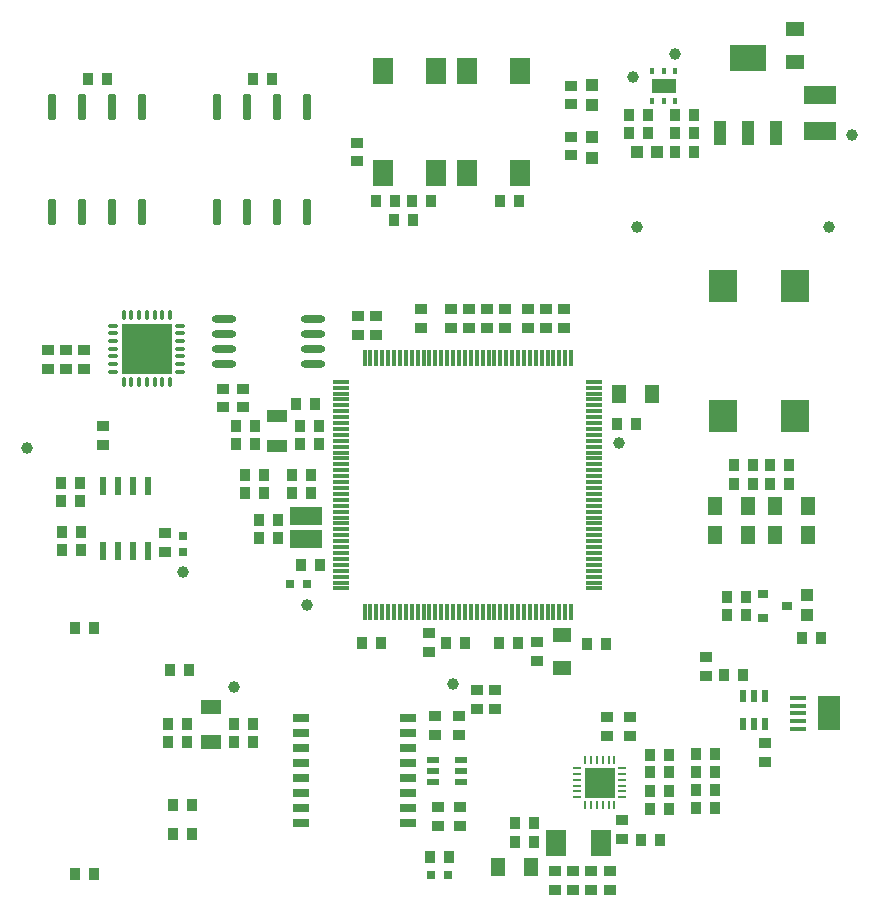
<source format=gtp>
G04*
G04 #@! TF.GenerationSoftware,Altium Limited,Altium Designer,21.2.0 (30)*
G04*
G04 Layer_Color=8421504*
%FSLAX42Y42*%
%MOMM*%
G71*
G04*
G04 #@! TF.SameCoordinates,2206926D-CA63-4A2E-8DE4-A6F34C4AB1E6*
G04*
G04*
G04 #@! TF.FilePolarity,Positive*
G04*
G01*
G75*
%ADD25R,1.40X0.64*%
%ADD26R,1.00X0.90*%
%ADD27R,1.80X2.20*%
%ADD28R,1.27X1.52*%
%ADD29R,0.35X1.35*%
%ADD30R,1.35X0.35*%
%ADD31R,0.69X0.28*%
%ADD32R,0.28X0.69*%
%ADD33R,2.50X2.50*%
%ADD34C,1.00*%
%ADD35R,0.45X0.50*%
%ADD36R,2.00X1.20*%
%ADD37R,1.02X2.03*%
%ADD38R,3.05X2.29*%
%ADD39R,0.90X1.00*%
%ADD40R,1.00X1.00*%
%ADD41R,2.40X2.80*%
%ADD42R,2.80X1.50*%
%ADD43R,1.52X1.27*%
%ADD44R,1.10X0.60*%
%ADD45O,2.10X0.60*%
%ADD46R,0.60X1.52*%
%ADD47R,4.20X4.20*%
%ADD48O,0.95X0.30*%
%ADD49O,0.30X0.95*%
%ADD50R,0.60X1.10*%
%ADD51R,0.76X0.76*%
%ADD52R,1.80X1.15*%
%ADD53R,1.35X0.40*%
%ADD54R,1.90X2.90*%
%ADD55R,0.76X0.76*%
G04:AMPARAMS|DCode=56|XSize=0.6mm|YSize=2.15mm|CornerRadius=0.05mm|HoleSize=0mm|Usage=FLASHONLY|Rotation=180.000|XOffset=0mm|YOffset=0mm|HoleType=Round|Shape=RoundedRectangle|*
%AMROUNDEDRECTD56*
21,1,0.60,2.05,0,0,180.0*
21,1,0.50,2.15,0,0,180.0*
1,1,0.10,-0.25,1.02*
1,1,0.10,0.25,1.02*
1,1,0.10,0.25,-1.02*
1,1,0.10,-0.25,-1.02*
%
%ADD56ROUNDEDRECTD56*%
%ADD57R,2.70X1.50*%
%ADD58R,1.80X1.00*%
%ADD59R,0.90X0.80*%
%ADD60R,1.00X1.00*%
%ADD61R,1.80X2.30*%
D25*
X3569Y762D02*
D03*
Y1016D02*
D03*
X2667Y1651D02*
D03*
Y1524D02*
D03*
Y1397D02*
D03*
Y1270D02*
D03*
Y1143D02*
D03*
Y1016D02*
D03*
Y889D02*
D03*
Y762D02*
D03*
X3569Y1651D02*
D03*
Y1524D02*
D03*
Y1397D02*
D03*
Y1270D02*
D03*
Y1143D02*
D03*
Y889D02*
D03*
D26*
X4013Y733D02*
D03*
Y893D02*
D03*
X5258Y1495D02*
D03*
Y1655D02*
D03*
X4964Y352D02*
D03*
Y192D02*
D03*
X5448Y1495D02*
D03*
Y1655D02*
D03*
X5282Y352D02*
D03*
Y192D02*
D03*
X3797Y1507D02*
D03*
Y1667D02*
D03*
X3823Y893D02*
D03*
Y733D02*
D03*
X4001Y1507D02*
D03*
Y1667D02*
D03*
X5117Y192D02*
D03*
Y352D02*
D03*
X4155Y1882D02*
D03*
Y1722D02*
D03*
X4308Y1882D02*
D03*
Y1722D02*
D03*
X5384Y620D02*
D03*
Y780D02*
D03*
X4812Y192D02*
D03*
Y352D02*
D03*
X991Y4119D02*
D03*
Y3959D02*
D03*
X523Y4601D02*
D03*
Y4761D02*
D03*
X675Y4601D02*
D03*
Y4761D02*
D03*
X827Y4601D02*
D03*
Y4761D02*
D03*
X1511Y3051D02*
D03*
Y3212D02*
D03*
X2007Y4436D02*
D03*
Y4276D02*
D03*
X2172D02*
D03*
Y4436D02*
D03*
X3150Y4890D02*
D03*
Y5049D02*
D03*
X3137Y6359D02*
D03*
Y6519D02*
D03*
X3747Y2366D02*
D03*
Y2206D02*
D03*
X4661Y2290D02*
D03*
Y2130D02*
D03*
X6591Y1275D02*
D03*
Y1435D02*
D03*
X6096Y2163D02*
D03*
Y2003D02*
D03*
X3302Y4890D02*
D03*
Y5049D02*
D03*
X3683Y4949D02*
D03*
Y5109D02*
D03*
X3937Y5109D02*
D03*
Y4949D02*
D03*
X4089Y5109D02*
D03*
Y4949D02*
D03*
X4585Y5109D02*
D03*
Y4949D02*
D03*
X4394Y5109D02*
D03*
Y4949D02*
D03*
X4737Y5109D02*
D03*
Y4949D02*
D03*
X4242Y4949D02*
D03*
Y5109D02*
D03*
X4890Y4949D02*
D03*
Y5109D02*
D03*
X4953Y6570D02*
D03*
Y6410D02*
D03*
Y6842D02*
D03*
Y7001D02*
D03*
D27*
X5205Y590D02*
D03*
X4825D02*
D03*
D28*
X4609Y387D02*
D03*
X4329D02*
D03*
X6172Y3442D02*
D03*
X6452D02*
D03*
Y3200D02*
D03*
X6172D02*
D03*
X6960D02*
D03*
X6680D02*
D03*
X6960Y3442D02*
D03*
X6680D02*
D03*
X5639Y4394D02*
D03*
X5359D02*
D03*
D29*
X3202Y4692D02*
D03*
X3252D02*
D03*
X3302D02*
D03*
X3352D02*
D03*
X3402D02*
D03*
X3452D02*
D03*
X3502D02*
D03*
X3552D02*
D03*
X3602D02*
D03*
X3652D02*
D03*
X3702D02*
D03*
X3752D02*
D03*
X3802D02*
D03*
X3852D02*
D03*
X3902D02*
D03*
X3952D02*
D03*
X4002D02*
D03*
X4052D02*
D03*
X4102D02*
D03*
X4152D02*
D03*
X4202D02*
D03*
X4252D02*
D03*
X4302D02*
D03*
X4352D02*
D03*
X4402D02*
D03*
X4452D02*
D03*
X4502D02*
D03*
X4552D02*
D03*
X4602D02*
D03*
X4652D02*
D03*
X4702D02*
D03*
X4752D02*
D03*
X4802D02*
D03*
X4852D02*
D03*
X4902D02*
D03*
X4952D02*
D03*
Y2547D02*
D03*
X4902D02*
D03*
X4852D02*
D03*
X4802D02*
D03*
X4752D02*
D03*
X4702D02*
D03*
X4652D02*
D03*
X4602D02*
D03*
X4552D02*
D03*
X4502D02*
D03*
X4452D02*
D03*
X4402D02*
D03*
X4352D02*
D03*
X4302D02*
D03*
X4252D02*
D03*
X4202D02*
D03*
X4152D02*
D03*
X4102D02*
D03*
X4052D02*
D03*
X4002D02*
D03*
X3952D02*
D03*
X3902D02*
D03*
X3852D02*
D03*
X3802D02*
D03*
X3752D02*
D03*
X3702D02*
D03*
X3652D02*
D03*
X3602D02*
D03*
X3552D02*
D03*
X3502D02*
D03*
X3452D02*
D03*
X3402D02*
D03*
X3352D02*
D03*
X3302D02*
D03*
X3252D02*
D03*
X3202D02*
D03*
D30*
X5149Y4494D02*
D03*
Y4444D02*
D03*
Y4394D02*
D03*
Y4344D02*
D03*
Y4294D02*
D03*
Y4244D02*
D03*
Y4194D02*
D03*
Y4144D02*
D03*
Y4094D02*
D03*
Y4044D02*
D03*
Y3994D02*
D03*
Y3944D02*
D03*
Y3894D02*
D03*
Y3844D02*
D03*
Y3794D02*
D03*
Y3744D02*
D03*
Y3694D02*
D03*
Y3644D02*
D03*
Y3594D02*
D03*
Y3544D02*
D03*
Y3494D02*
D03*
Y3444D02*
D03*
Y3394D02*
D03*
Y3344D02*
D03*
Y3294D02*
D03*
Y3244D02*
D03*
Y3194D02*
D03*
Y3144D02*
D03*
Y3094D02*
D03*
Y3044D02*
D03*
Y2994D02*
D03*
Y2944D02*
D03*
Y2894D02*
D03*
Y2844D02*
D03*
Y2794D02*
D03*
Y2744D02*
D03*
X3004D02*
D03*
Y2794D02*
D03*
Y2844D02*
D03*
Y2894D02*
D03*
Y2944D02*
D03*
Y2994D02*
D03*
Y3044D02*
D03*
Y3094D02*
D03*
Y3144D02*
D03*
Y3194D02*
D03*
Y3244D02*
D03*
Y3294D02*
D03*
Y3344D02*
D03*
Y3394D02*
D03*
Y3444D02*
D03*
Y3494D02*
D03*
Y3544D02*
D03*
Y3594D02*
D03*
Y3644D02*
D03*
Y3694D02*
D03*
Y3744D02*
D03*
Y3794D02*
D03*
Y3844D02*
D03*
Y3894D02*
D03*
Y3944D02*
D03*
Y3994D02*
D03*
Y4044D02*
D03*
Y4094D02*
D03*
Y4144D02*
D03*
Y4194D02*
D03*
Y4244D02*
D03*
Y4294D02*
D03*
Y4344D02*
D03*
Y4394D02*
D03*
Y4444D02*
D03*
Y4494D02*
D03*
D31*
X5003Y1025D02*
D03*
Y1075D02*
D03*
X5383Y975D02*
D03*
Y1025D02*
D03*
Y1075D02*
D03*
Y1125D02*
D03*
Y1175D02*
D03*
Y1225D02*
D03*
X5003D02*
D03*
Y975D02*
D03*
Y1125D02*
D03*
Y1175D02*
D03*
D32*
X5068Y910D02*
D03*
X5118D02*
D03*
X5168D02*
D03*
X5218D02*
D03*
X5268D02*
D03*
X5318D02*
D03*
Y1290D02*
D03*
X5268D02*
D03*
X5218D02*
D03*
X5168D02*
D03*
X5118D02*
D03*
X5068D02*
D03*
D33*
X5193Y1100D02*
D03*
D34*
X5829Y7267D02*
D03*
X7137Y5804D02*
D03*
X7328Y6579D02*
D03*
X5474Y7074D02*
D03*
X5512Y5804D02*
D03*
X2098Y1911D02*
D03*
X3952Y1936D02*
D03*
X343Y3937D02*
D03*
X1664Y2883D02*
D03*
X2716Y2605D02*
D03*
X5359Y3975D02*
D03*
D35*
X5639Y6868D02*
D03*
X5734D02*
D03*
X5639Y7128D02*
D03*
X5829D02*
D03*
X5734D02*
D03*
X5829Y6868D02*
D03*
D36*
X5734Y6998D02*
D03*
D37*
X6215Y6604D02*
D03*
X6688D02*
D03*
X6452D02*
D03*
D38*
Y7239D02*
D03*
D39*
X5832Y6439D02*
D03*
X5992D02*
D03*
X5444Y6756D02*
D03*
X5604D02*
D03*
X5992D02*
D03*
X5832D02*
D03*
X5604Y6604D02*
D03*
X5444D02*
D03*
X5832D02*
D03*
X5992D02*
D03*
X5706Y610D02*
D03*
X5546D02*
D03*
X2654Y3967D02*
D03*
X2814D02*
D03*
X754Y323D02*
D03*
X914D02*
D03*
X908Y2406D02*
D03*
X748D02*
D03*
X1740Y666D02*
D03*
X1580D02*
D03*
X1740Y907D02*
D03*
X1580D02*
D03*
X6006Y1187D02*
D03*
X6166D02*
D03*
X6493Y3785D02*
D03*
X6333D02*
D03*
X6638D02*
D03*
X6798D02*
D03*
X6638Y3632D02*
D03*
X6798D02*
D03*
X6493D02*
D03*
X6333D02*
D03*
X1554Y2050D02*
D03*
X1714D02*
D03*
X6006Y1339D02*
D03*
X6166D02*
D03*
X1702Y1593D02*
D03*
X1542D02*
D03*
X1702Y1441D02*
D03*
X1542D02*
D03*
X2101Y1444D02*
D03*
X2261D02*
D03*
X2100Y1593D02*
D03*
X2260D02*
D03*
X6006Y882D02*
D03*
X6166D02*
D03*
X6006Y1034D02*
D03*
X6166D02*
D03*
X5621Y1335D02*
D03*
X5781D02*
D03*
X5621Y878D02*
D03*
X5781D02*
D03*
X5621Y1030D02*
D03*
X5781D02*
D03*
X4480Y601D02*
D03*
X4640D02*
D03*
X4477Y756D02*
D03*
X4637D02*
D03*
X5781Y1187D02*
D03*
X5621D02*
D03*
X3754Y470D02*
D03*
X3914D02*
D03*
X3344Y2286D02*
D03*
X3184D02*
D03*
X640Y3068D02*
D03*
X800D02*
D03*
X800Y3220D02*
D03*
X640D02*
D03*
X796Y3487D02*
D03*
X636D02*
D03*
Y3640D02*
D03*
X796D02*
D03*
X1020Y7061D02*
D03*
X860D02*
D03*
X2824Y2939D02*
D03*
X2664D02*
D03*
X2468Y3175D02*
D03*
X2308D02*
D03*
X2468Y3327D02*
D03*
X2308D02*
D03*
X2353Y3556D02*
D03*
X2193D02*
D03*
X2747D02*
D03*
X2587D02*
D03*
X2353Y3708D02*
D03*
X2193D02*
D03*
X2747D02*
D03*
X2587D02*
D03*
X2277Y3967D02*
D03*
X2117D02*
D03*
X2277Y4119D02*
D03*
X2117D02*
D03*
X2257Y7061D02*
D03*
X2417D02*
D03*
X2654Y4119D02*
D03*
X2814D02*
D03*
X2785Y4305D02*
D03*
X2625D02*
D03*
X3458Y6020D02*
D03*
X3298D02*
D03*
X4055Y2286D02*
D03*
X3895D02*
D03*
X5089Y2273D02*
D03*
X5249D02*
D03*
X4500Y2286D02*
D03*
X4340D02*
D03*
X6245Y2007D02*
D03*
X6405D02*
D03*
X6430Y2518D02*
D03*
X6270D02*
D03*
X6430Y2671D02*
D03*
X6270D02*
D03*
X6905Y2324D02*
D03*
X7065D02*
D03*
X3611Y5867D02*
D03*
X3451D02*
D03*
X3763Y6020D02*
D03*
X3603D02*
D03*
X4352D02*
D03*
X4512D02*
D03*
X5503Y4140D02*
D03*
X5343D02*
D03*
D40*
X5679Y6439D02*
D03*
X5509D02*
D03*
D41*
X6844Y4203D02*
D03*
X6234D02*
D03*
X6844Y5303D02*
D03*
X6234D02*
D03*
D42*
X7055Y6614D02*
D03*
Y6924D02*
D03*
D43*
X6845Y7201D02*
D03*
Y7480D02*
D03*
X4877Y2350D02*
D03*
Y2070D02*
D03*
D44*
X3778Y1104D02*
D03*
X4018D02*
D03*
X3778Y1294D02*
D03*
Y1199D02*
D03*
X4018D02*
D03*
Y1294D02*
D03*
D45*
X2013Y5029D02*
D03*
Y4902D02*
D03*
Y4775D02*
D03*
Y4648D02*
D03*
X2763Y5029D02*
D03*
Y4902D02*
D03*
Y4775D02*
D03*
Y4648D02*
D03*
D46*
X991Y3061D02*
D03*
X1118D02*
D03*
X1245D02*
D03*
X1372D02*
D03*
X991Y3609D02*
D03*
X1118D02*
D03*
X1245D02*
D03*
X1372D02*
D03*
D47*
X1359Y4775D02*
D03*
D48*
X1076Y4970D02*
D03*
Y4905D02*
D03*
Y4840D02*
D03*
Y4775D02*
D03*
Y4710D02*
D03*
Y4645D02*
D03*
Y4580D02*
D03*
X1641D02*
D03*
Y4645D02*
D03*
Y4710D02*
D03*
Y4775D02*
D03*
Y4840D02*
D03*
Y4905D02*
D03*
Y4970D02*
D03*
D49*
X1164Y4493D02*
D03*
X1229D02*
D03*
X1294D02*
D03*
X1359D02*
D03*
X1424D02*
D03*
X1489D02*
D03*
X1554D02*
D03*
Y5058D02*
D03*
X1489D02*
D03*
X1424D02*
D03*
X1359D02*
D03*
X1294D02*
D03*
X1229D02*
D03*
X1164D02*
D03*
D50*
X6407Y1834D02*
D03*
X6502D02*
D03*
X6597D02*
D03*
Y1594D02*
D03*
X6502D02*
D03*
X6407D02*
D03*
D51*
X3905Y317D02*
D03*
X3766D02*
D03*
X2572Y2781D02*
D03*
X2711D02*
D03*
D52*
X1901Y1443D02*
D03*
Y1743D02*
D03*
D53*
X6870Y1815D02*
D03*
Y1750D02*
D03*
Y1685D02*
D03*
Y1620D02*
D03*
Y1555D02*
D03*
D54*
X7137Y1685D02*
D03*
D55*
X1664Y3189D02*
D03*
Y3049D02*
D03*
D56*
X1321Y6816D02*
D03*
X1067D02*
D03*
X813D02*
D03*
X559D02*
D03*
X1321Y5931D02*
D03*
X1067D02*
D03*
X813D02*
D03*
X559D02*
D03*
X1956D02*
D03*
X2210D02*
D03*
X2464D02*
D03*
X2718D02*
D03*
X1956Y6816D02*
D03*
X2210D02*
D03*
X2464D02*
D03*
X2718D02*
D03*
D57*
X2705Y3163D02*
D03*
Y3353D02*
D03*
D58*
X2464Y3952D02*
D03*
Y4202D02*
D03*
D59*
X6580Y2693D02*
D03*
Y2497D02*
D03*
X6780Y2595D02*
D03*
D60*
X6947Y2522D02*
D03*
Y2692D02*
D03*
X5131Y6392D02*
D03*
Y6562D02*
D03*
Y6836D02*
D03*
Y7007D02*
D03*
D61*
X3356Y6260D02*
D03*
Y7125D02*
D03*
X3806D02*
D03*
Y6260D02*
D03*
X4068D02*
D03*
Y7125D02*
D03*
X4518D02*
D03*
Y6260D02*
D03*
M02*

</source>
